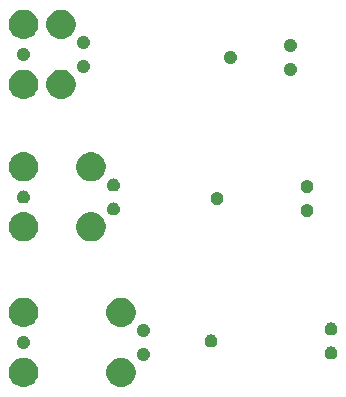
<source format=gbr>
G04 #@! TF.GenerationSoftware,KiCad,Pcbnew,(5.1.0-rc1-9-g8f320697a)*
G04 #@! TF.CreationDate,2019-03-02T18:11:08+09:00
G04 #@! TF.ProjectId,Tag_Connect_KiC,5461675f-436f-46e6-9e65-63745f4b6943,rev?*
G04 #@! TF.SameCoordinates,Original*
G04 #@! TF.FileFunction,Soldermask,Bot*
G04 #@! TF.FilePolarity,Negative*
%FSLAX46Y46*%
G04 Gerber Fmt 4.6, Leading zero omitted, Abs format (unit mm)*
G04 Created by KiCad (PCBNEW (5.1.0-rc1-9-g8f320697a)) date 2019-03-02 18:11:08*
%MOMM*%
%LPD*%
G04 APERTURE LIST*
%ADD10C,0.100000*%
G04 APERTURE END LIST*
D10*
G36*
X111366610Y-93019347D02*
G01*
X111486242Y-93043143D01*
X111542155Y-93066303D01*
X111704372Y-93133495D01*
X111711626Y-93136500D01*
X111914466Y-93272033D01*
X112086967Y-93444534D01*
X112222500Y-93647374D01*
X112315857Y-93872758D01*
X112363450Y-94112023D01*
X112363450Y-94355977D01*
X112315857Y-94595242D01*
X112222500Y-94820626D01*
X112086967Y-95023466D01*
X111914466Y-95195967D01*
X111711626Y-95331500D01*
X111486242Y-95424857D01*
X111366610Y-95448653D01*
X111246978Y-95472450D01*
X111003022Y-95472450D01*
X110883391Y-95448654D01*
X110763758Y-95424857D01*
X110538374Y-95331500D01*
X110335534Y-95195967D01*
X110163033Y-95023466D01*
X110027500Y-94820626D01*
X109934143Y-94595242D01*
X109886550Y-94355977D01*
X109886550Y-94112023D01*
X109934143Y-93872758D01*
X110027500Y-93647374D01*
X110163033Y-93444534D01*
X110335534Y-93272033D01*
X110538374Y-93136500D01*
X110545629Y-93133495D01*
X110707845Y-93066303D01*
X110763758Y-93043143D01*
X110883390Y-93019347D01*
X111003022Y-92995550D01*
X111246978Y-92995550D01*
X111366610Y-93019347D01*
X111366610Y-93019347D01*
G37*
G36*
X103111610Y-93019347D02*
G01*
X103231242Y-93043143D01*
X103287155Y-93066303D01*
X103449372Y-93133495D01*
X103456626Y-93136500D01*
X103659466Y-93272033D01*
X103831967Y-93444534D01*
X103967500Y-93647374D01*
X104060857Y-93872758D01*
X104108450Y-94112023D01*
X104108450Y-94355977D01*
X104060857Y-94595242D01*
X103967500Y-94820626D01*
X103831967Y-95023466D01*
X103659466Y-95195967D01*
X103456626Y-95331500D01*
X103231242Y-95424857D01*
X103111610Y-95448653D01*
X102991978Y-95472450D01*
X102748022Y-95472450D01*
X102628391Y-95448654D01*
X102508758Y-95424857D01*
X102283374Y-95331500D01*
X102080534Y-95195967D01*
X101908033Y-95023466D01*
X101772500Y-94820626D01*
X101679143Y-94595242D01*
X101631550Y-94355977D01*
X101631550Y-94112023D01*
X101679143Y-93872758D01*
X101772500Y-93647374D01*
X101908033Y-93444534D01*
X102080534Y-93272033D01*
X102283374Y-93136500D01*
X102290629Y-93133495D01*
X102452845Y-93066303D01*
X102508758Y-93043143D01*
X102628390Y-93019347D01*
X102748022Y-92995550D01*
X102991978Y-92995550D01*
X103111610Y-93019347D01*
X103111610Y-93019347D01*
G37*
G36*
X113189408Y-92183501D02*
G01*
X113288863Y-92224697D01*
X113288865Y-92224698D01*
X113312514Y-92240500D01*
X113378372Y-92284505D01*
X113454495Y-92360628D01*
X113514303Y-92450137D01*
X113555499Y-92549592D01*
X113576500Y-92655173D01*
X113576500Y-92762827D01*
X113555499Y-92868408D01*
X113514303Y-92967863D01*
X113454495Y-93057372D01*
X113378372Y-93133495D01*
X113333923Y-93163195D01*
X113288865Y-93193302D01*
X113288864Y-93193303D01*
X113288863Y-93193303D01*
X113189408Y-93234499D01*
X113083827Y-93255500D01*
X112976173Y-93255500D01*
X112870592Y-93234499D01*
X112771137Y-93193303D01*
X112771136Y-93193303D01*
X112771135Y-93193302D01*
X112726077Y-93163195D01*
X112681628Y-93133495D01*
X112605505Y-93057372D01*
X112545697Y-92967863D01*
X112504501Y-92868408D01*
X112483500Y-92762827D01*
X112483500Y-92655173D01*
X112504501Y-92549592D01*
X112545697Y-92450137D01*
X112605505Y-92360628D01*
X112681628Y-92284505D01*
X112747486Y-92240500D01*
X112771135Y-92224698D01*
X112771137Y-92224697D01*
X112870592Y-92183501D01*
X112976173Y-92162500D01*
X113083827Y-92162500D01*
X113189408Y-92183501D01*
X113189408Y-92183501D01*
G37*
G36*
X129064408Y-92056501D02*
G01*
X129163863Y-92097697D01*
X129163865Y-92097698D01*
X129208923Y-92127805D01*
X129253372Y-92157505D01*
X129329495Y-92233628D01*
X129389303Y-92323137D01*
X129430499Y-92422592D01*
X129451500Y-92528173D01*
X129451500Y-92635827D01*
X129430499Y-92741408D01*
X129389303Y-92840863D01*
X129389302Y-92840865D01*
X129329494Y-92930373D01*
X129253373Y-93006494D01*
X129163865Y-93066302D01*
X129163864Y-93066303D01*
X129163863Y-93066303D01*
X129064408Y-93107499D01*
X128958827Y-93128500D01*
X128851173Y-93128500D01*
X128745592Y-93107499D01*
X128646137Y-93066303D01*
X128646136Y-93066303D01*
X128646135Y-93066302D01*
X128556627Y-93006494D01*
X128480506Y-92930373D01*
X128420698Y-92840865D01*
X128420697Y-92840863D01*
X128379501Y-92741408D01*
X128358500Y-92635827D01*
X128358500Y-92528173D01*
X128379501Y-92422592D01*
X128420697Y-92323137D01*
X128480505Y-92233628D01*
X128556628Y-92157505D01*
X128601077Y-92127805D01*
X128646135Y-92097698D01*
X128646137Y-92097697D01*
X128745592Y-92056501D01*
X128851173Y-92035500D01*
X128958827Y-92035500D01*
X129064408Y-92056501D01*
X129064408Y-92056501D01*
G37*
G36*
X103029408Y-91168501D02*
G01*
X103128863Y-91209697D01*
X103128865Y-91209698D01*
X103152514Y-91225500D01*
X103218372Y-91269505D01*
X103294495Y-91345628D01*
X103354303Y-91435137D01*
X103395499Y-91534592D01*
X103416500Y-91640173D01*
X103416500Y-91747827D01*
X103395499Y-91853408D01*
X103354303Y-91952863D01*
X103299087Y-92035500D01*
X103294494Y-92042373D01*
X103218373Y-92118494D01*
X103128865Y-92178302D01*
X103128864Y-92178303D01*
X103128863Y-92178303D01*
X103029408Y-92219499D01*
X102923827Y-92240500D01*
X102816173Y-92240500D01*
X102710592Y-92219499D01*
X102611137Y-92178303D01*
X102611136Y-92178303D01*
X102611135Y-92178302D01*
X102521627Y-92118494D01*
X102445506Y-92042373D01*
X102440914Y-92035500D01*
X102385697Y-91952863D01*
X102344501Y-91853408D01*
X102323500Y-91747827D01*
X102323500Y-91640173D01*
X102344501Y-91534592D01*
X102385697Y-91435137D01*
X102445505Y-91345628D01*
X102521628Y-91269505D01*
X102587486Y-91225500D01*
X102611135Y-91209698D01*
X102611137Y-91209697D01*
X102710592Y-91168501D01*
X102816173Y-91147500D01*
X102923827Y-91147500D01*
X103029408Y-91168501D01*
X103029408Y-91168501D01*
G37*
G36*
X118904408Y-91041501D02*
G01*
X119003863Y-91082697D01*
X119003865Y-91082698D01*
X119048923Y-91112805D01*
X119093372Y-91142505D01*
X119169495Y-91218628D01*
X119229303Y-91308137D01*
X119270499Y-91407592D01*
X119291500Y-91513173D01*
X119291500Y-91620827D01*
X119270499Y-91726408D01*
X119229303Y-91825863D01*
X119229302Y-91825865D01*
X119169494Y-91915373D01*
X119093373Y-91991494D01*
X119003865Y-92051302D01*
X119003864Y-92051303D01*
X119003863Y-92051303D01*
X118904408Y-92092499D01*
X118798827Y-92113500D01*
X118691173Y-92113500D01*
X118585592Y-92092499D01*
X118486137Y-92051303D01*
X118486136Y-92051303D01*
X118486135Y-92051302D01*
X118396627Y-91991494D01*
X118320506Y-91915373D01*
X118260698Y-91825865D01*
X118260697Y-91825863D01*
X118219501Y-91726408D01*
X118198500Y-91620827D01*
X118198500Y-91513173D01*
X118219501Y-91407592D01*
X118260697Y-91308137D01*
X118320505Y-91218628D01*
X118396628Y-91142505D01*
X118441077Y-91112805D01*
X118486135Y-91082698D01*
X118486137Y-91082697D01*
X118585592Y-91041501D01*
X118691173Y-91020500D01*
X118798827Y-91020500D01*
X118904408Y-91041501D01*
X118904408Y-91041501D01*
G37*
G36*
X113189408Y-90153501D02*
G01*
X113288863Y-90194697D01*
X113288865Y-90194698D01*
X113333923Y-90224805D01*
X113378372Y-90254505D01*
X113454495Y-90330628D01*
X113514303Y-90420137D01*
X113555499Y-90519592D01*
X113576500Y-90625173D01*
X113576500Y-90732827D01*
X113555499Y-90838408D01*
X113514303Y-90937863D01*
X113459087Y-91020500D01*
X113454494Y-91027373D01*
X113378373Y-91103494D01*
X113288865Y-91163302D01*
X113288864Y-91163303D01*
X113288863Y-91163303D01*
X113189408Y-91204499D01*
X113083827Y-91225500D01*
X112976173Y-91225500D01*
X112870592Y-91204499D01*
X112771137Y-91163303D01*
X112771136Y-91163303D01*
X112771135Y-91163302D01*
X112681627Y-91103494D01*
X112605506Y-91027373D01*
X112600914Y-91020500D01*
X112545697Y-90937863D01*
X112504501Y-90838408D01*
X112483500Y-90732827D01*
X112483500Y-90625173D01*
X112504501Y-90519592D01*
X112545697Y-90420137D01*
X112605505Y-90330628D01*
X112681628Y-90254505D01*
X112726077Y-90224805D01*
X112771135Y-90194698D01*
X112771137Y-90194697D01*
X112870592Y-90153501D01*
X112976173Y-90132500D01*
X113083827Y-90132500D01*
X113189408Y-90153501D01*
X113189408Y-90153501D01*
G37*
G36*
X129064408Y-90026501D02*
G01*
X129163863Y-90067697D01*
X129163865Y-90067698D01*
X129208923Y-90097805D01*
X129253372Y-90127505D01*
X129329495Y-90203628D01*
X129389303Y-90293137D01*
X129430499Y-90392592D01*
X129451500Y-90498173D01*
X129451500Y-90605827D01*
X129430499Y-90711408D01*
X129389303Y-90810863D01*
X129389302Y-90810865D01*
X129329494Y-90900373D01*
X129253373Y-90976494D01*
X129163865Y-91036302D01*
X129163864Y-91036303D01*
X129163863Y-91036303D01*
X129064408Y-91077499D01*
X128958827Y-91098500D01*
X128851173Y-91098500D01*
X128745592Y-91077499D01*
X128646137Y-91036303D01*
X128646136Y-91036303D01*
X128646135Y-91036302D01*
X128556627Y-90976494D01*
X128480506Y-90900373D01*
X128420698Y-90810865D01*
X128420697Y-90810863D01*
X128379501Y-90711408D01*
X128358500Y-90605827D01*
X128358500Y-90498173D01*
X128379501Y-90392592D01*
X128420697Y-90293137D01*
X128480505Y-90203628D01*
X128556628Y-90127505D01*
X128601077Y-90097805D01*
X128646135Y-90067698D01*
X128646137Y-90067697D01*
X128745592Y-90026501D01*
X128851173Y-90005500D01*
X128958827Y-90005500D01*
X129064408Y-90026501D01*
X129064408Y-90026501D01*
G37*
G36*
X103111609Y-87939346D02*
G01*
X103231242Y-87963143D01*
X103456626Y-88056500D01*
X103659466Y-88192033D01*
X103831967Y-88364534D01*
X103967500Y-88567374D01*
X104060857Y-88792758D01*
X104108450Y-89032023D01*
X104108450Y-89275977D01*
X104060857Y-89515242D01*
X103967500Y-89740626D01*
X103831967Y-89943466D01*
X103659466Y-90115967D01*
X103456626Y-90251500D01*
X103456625Y-90251501D01*
X103456624Y-90251501D01*
X103449369Y-90254506D01*
X103231242Y-90344857D01*
X103111610Y-90368653D01*
X102991978Y-90392450D01*
X102748022Y-90392450D01*
X102628390Y-90368653D01*
X102508758Y-90344857D01*
X102290631Y-90254506D01*
X102283376Y-90251501D01*
X102283375Y-90251501D01*
X102283374Y-90251500D01*
X102080534Y-90115967D01*
X101908033Y-89943466D01*
X101772500Y-89740626D01*
X101679143Y-89515242D01*
X101631550Y-89275977D01*
X101631550Y-89032023D01*
X101679143Y-88792758D01*
X101772500Y-88567374D01*
X101908033Y-88364534D01*
X102080534Y-88192033D01*
X102283374Y-88056500D01*
X102508758Y-87963143D01*
X102628391Y-87939346D01*
X102748022Y-87915550D01*
X102991978Y-87915550D01*
X103111609Y-87939346D01*
X103111609Y-87939346D01*
G37*
G36*
X111366609Y-87939346D02*
G01*
X111486242Y-87963143D01*
X111711626Y-88056500D01*
X111914466Y-88192033D01*
X112086967Y-88364534D01*
X112222500Y-88567374D01*
X112315857Y-88792758D01*
X112363450Y-89032023D01*
X112363450Y-89275977D01*
X112315857Y-89515242D01*
X112222500Y-89740626D01*
X112086967Y-89943466D01*
X111914466Y-90115967D01*
X111711626Y-90251500D01*
X111711625Y-90251501D01*
X111711624Y-90251501D01*
X111704369Y-90254506D01*
X111486242Y-90344857D01*
X111366610Y-90368653D01*
X111246978Y-90392450D01*
X111003022Y-90392450D01*
X110883390Y-90368653D01*
X110763758Y-90344857D01*
X110545631Y-90254506D01*
X110538376Y-90251501D01*
X110538375Y-90251501D01*
X110538374Y-90251500D01*
X110335534Y-90115967D01*
X110163033Y-89943466D01*
X110027500Y-89740626D01*
X109934143Y-89515242D01*
X109886550Y-89275977D01*
X109886550Y-89032023D01*
X109934143Y-88792758D01*
X110027500Y-88567374D01*
X110163033Y-88364534D01*
X110335534Y-88192033D01*
X110538374Y-88056500D01*
X110763758Y-87963143D01*
X110883391Y-87939346D01*
X111003022Y-87915550D01*
X111246978Y-87915550D01*
X111366609Y-87939346D01*
X111366609Y-87939346D01*
G37*
G36*
X108826609Y-80700346D02*
G01*
X108946242Y-80724143D01*
X108980596Y-80738373D01*
X109164372Y-80814495D01*
X109171626Y-80817500D01*
X109374466Y-80953033D01*
X109546967Y-81125534D01*
X109682500Y-81328374D01*
X109775857Y-81553758D01*
X109823450Y-81793023D01*
X109823450Y-82036977D01*
X109775857Y-82276242D01*
X109682500Y-82501626D01*
X109546967Y-82704466D01*
X109374466Y-82876967D01*
X109171626Y-83012500D01*
X108946242Y-83105857D01*
X108826609Y-83129654D01*
X108706978Y-83153450D01*
X108463022Y-83153450D01*
X108343391Y-83129654D01*
X108223758Y-83105857D01*
X107998374Y-83012500D01*
X107795534Y-82876967D01*
X107623033Y-82704466D01*
X107487500Y-82501626D01*
X107394143Y-82276242D01*
X107346550Y-82036977D01*
X107346550Y-81793023D01*
X107394143Y-81553758D01*
X107487500Y-81328374D01*
X107623033Y-81125534D01*
X107795534Y-80953033D01*
X107998374Y-80817500D01*
X108005629Y-80814495D01*
X108189404Y-80738373D01*
X108223758Y-80724143D01*
X108343391Y-80700346D01*
X108463022Y-80676550D01*
X108706978Y-80676550D01*
X108826609Y-80700346D01*
X108826609Y-80700346D01*
G37*
G36*
X103111609Y-80700346D02*
G01*
X103231242Y-80724143D01*
X103265596Y-80738373D01*
X103449372Y-80814495D01*
X103456626Y-80817500D01*
X103659466Y-80953033D01*
X103831967Y-81125534D01*
X103967500Y-81328374D01*
X104060857Y-81553758D01*
X104108450Y-81793023D01*
X104108450Y-82036977D01*
X104060857Y-82276242D01*
X103967500Y-82501626D01*
X103831967Y-82704466D01*
X103659466Y-82876967D01*
X103456626Y-83012500D01*
X103231242Y-83105857D01*
X103111609Y-83129654D01*
X102991978Y-83153450D01*
X102748022Y-83153450D01*
X102628391Y-83129654D01*
X102508758Y-83105857D01*
X102283374Y-83012500D01*
X102080534Y-82876967D01*
X101908033Y-82704466D01*
X101772500Y-82501626D01*
X101679143Y-82276242D01*
X101631550Y-82036977D01*
X101631550Y-81793023D01*
X101679143Y-81553758D01*
X101772500Y-81328374D01*
X101908033Y-81125534D01*
X102080534Y-80953033D01*
X102283374Y-80817500D01*
X102290629Y-80814495D01*
X102474404Y-80738373D01*
X102508758Y-80724143D01*
X102628391Y-80700346D01*
X102748022Y-80676550D01*
X102991978Y-80676550D01*
X103111609Y-80700346D01*
X103111609Y-80700346D01*
G37*
G36*
X127032408Y-79991501D02*
G01*
X127131863Y-80032697D01*
X127131865Y-80032698D01*
X127155514Y-80048500D01*
X127221372Y-80092505D01*
X127297495Y-80168628D01*
X127357303Y-80258137D01*
X127398499Y-80357592D01*
X127419500Y-80463173D01*
X127419500Y-80570827D01*
X127398499Y-80676408D01*
X127378726Y-80724143D01*
X127357302Y-80775865D01*
X127297494Y-80865373D01*
X127221373Y-80941494D01*
X127131865Y-81001302D01*
X127131864Y-81001303D01*
X127131863Y-81001303D01*
X127032408Y-81042499D01*
X126926827Y-81063500D01*
X126819173Y-81063500D01*
X126713592Y-81042499D01*
X126614137Y-81001303D01*
X126614136Y-81001303D01*
X126614135Y-81001302D01*
X126524627Y-80941494D01*
X126448506Y-80865373D01*
X126388698Y-80775865D01*
X126367274Y-80724143D01*
X126347501Y-80676408D01*
X126326500Y-80570827D01*
X126326500Y-80463173D01*
X126347501Y-80357592D01*
X126388697Y-80258137D01*
X126448505Y-80168628D01*
X126524628Y-80092505D01*
X126590486Y-80048500D01*
X126614135Y-80032698D01*
X126614137Y-80032697D01*
X126713592Y-79991501D01*
X126819173Y-79970500D01*
X126926827Y-79970500D01*
X127032408Y-79991501D01*
X127032408Y-79991501D01*
G37*
G36*
X110649408Y-79864501D02*
G01*
X110748863Y-79905697D01*
X110748865Y-79905698D01*
X110793923Y-79935805D01*
X110838372Y-79965505D01*
X110914495Y-80041628D01*
X110974303Y-80131137D01*
X111015499Y-80230592D01*
X111036500Y-80336173D01*
X111036500Y-80443827D01*
X111015499Y-80549408D01*
X110974303Y-80648863D01*
X110914495Y-80738372D01*
X110838372Y-80814495D01*
X110793923Y-80844195D01*
X110748865Y-80874302D01*
X110748864Y-80874303D01*
X110748863Y-80874303D01*
X110649408Y-80915499D01*
X110543827Y-80936500D01*
X110436173Y-80936500D01*
X110330592Y-80915499D01*
X110231137Y-80874303D01*
X110231136Y-80874303D01*
X110231135Y-80874302D01*
X110186077Y-80844195D01*
X110141628Y-80814495D01*
X110065505Y-80738372D01*
X110005697Y-80648863D01*
X109964501Y-80549408D01*
X109943500Y-80443827D01*
X109943500Y-80336173D01*
X109964501Y-80230592D01*
X110005697Y-80131137D01*
X110065505Y-80041628D01*
X110141628Y-79965505D01*
X110186077Y-79935805D01*
X110231135Y-79905698D01*
X110231137Y-79905697D01*
X110330592Y-79864501D01*
X110436173Y-79843500D01*
X110543827Y-79843500D01*
X110649408Y-79864501D01*
X110649408Y-79864501D01*
G37*
G36*
X119412408Y-78976501D02*
G01*
X119511863Y-79017697D01*
X119511865Y-79017698D01*
X119535514Y-79033500D01*
X119601372Y-79077505D01*
X119677495Y-79153628D01*
X119737303Y-79243137D01*
X119778499Y-79342592D01*
X119799500Y-79448173D01*
X119799500Y-79555827D01*
X119778499Y-79661408D01*
X119737303Y-79760863D01*
X119682087Y-79843500D01*
X119677494Y-79850373D01*
X119601373Y-79926494D01*
X119511865Y-79986302D01*
X119511864Y-79986303D01*
X119511863Y-79986303D01*
X119412408Y-80027499D01*
X119306827Y-80048500D01*
X119199173Y-80048500D01*
X119093592Y-80027499D01*
X118994137Y-79986303D01*
X118994136Y-79986303D01*
X118994135Y-79986302D01*
X118904627Y-79926494D01*
X118828506Y-79850373D01*
X118823914Y-79843500D01*
X118768697Y-79760863D01*
X118727501Y-79661408D01*
X118706500Y-79555827D01*
X118706500Y-79448173D01*
X118727501Y-79342592D01*
X118768697Y-79243137D01*
X118828505Y-79153628D01*
X118904628Y-79077505D01*
X118970486Y-79033500D01*
X118994135Y-79017698D01*
X118994137Y-79017697D01*
X119093592Y-78976501D01*
X119199173Y-78955500D01*
X119306827Y-78955500D01*
X119412408Y-78976501D01*
X119412408Y-78976501D01*
G37*
G36*
X103029408Y-78849501D02*
G01*
X103128863Y-78890697D01*
X103128865Y-78890698D01*
X103173923Y-78920805D01*
X103218372Y-78950505D01*
X103294495Y-79026628D01*
X103354303Y-79116137D01*
X103395499Y-79215592D01*
X103416500Y-79321173D01*
X103416500Y-79428827D01*
X103395499Y-79534408D01*
X103354303Y-79633863D01*
X103354302Y-79633865D01*
X103294494Y-79723373D01*
X103218373Y-79799494D01*
X103128865Y-79859302D01*
X103128864Y-79859303D01*
X103128863Y-79859303D01*
X103029408Y-79900499D01*
X102923827Y-79921500D01*
X102816173Y-79921500D01*
X102710592Y-79900499D01*
X102611137Y-79859303D01*
X102611136Y-79859303D01*
X102611135Y-79859302D01*
X102521627Y-79799494D01*
X102445506Y-79723373D01*
X102385698Y-79633865D01*
X102385697Y-79633863D01*
X102344501Y-79534408D01*
X102323500Y-79428827D01*
X102323500Y-79321173D01*
X102344501Y-79215592D01*
X102385697Y-79116137D01*
X102445505Y-79026628D01*
X102521628Y-78950505D01*
X102566077Y-78920805D01*
X102611135Y-78890698D01*
X102611137Y-78890697D01*
X102710592Y-78849501D01*
X102816173Y-78828500D01*
X102923827Y-78828500D01*
X103029408Y-78849501D01*
X103029408Y-78849501D01*
G37*
G36*
X127032408Y-77961501D02*
G01*
X127131863Y-78002697D01*
X127131865Y-78002698D01*
X127176923Y-78032805D01*
X127221372Y-78062505D01*
X127297495Y-78138628D01*
X127357303Y-78228137D01*
X127398499Y-78327592D01*
X127419500Y-78433173D01*
X127419500Y-78540827D01*
X127398499Y-78646408D01*
X127357303Y-78745863D01*
X127302087Y-78828500D01*
X127297494Y-78835373D01*
X127221373Y-78911494D01*
X127131865Y-78971302D01*
X127131864Y-78971303D01*
X127131863Y-78971303D01*
X127032408Y-79012499D01*
X126926827Y-79033500D01*
X126819173Y-79033500D01*
X126713592Y-79012499D01*
X126614137Y-78971303D01*
X126614136Y-78971303D01*
X126614135Y-78971302D01*
X126524627Y-78911494D01*
X126448506Y-78835373D01*
X126443914Y-78828500D01*
X126388697Y-78745863D01*
X126347501Y-78646408D01*
X126326500Y-78540827D01*
X126326500Y-78433173D01*
X126347501Y-78327592D01*
X126388697Y-78228137D01*
X126448505Y-78138628D01*
X126524628Y-78062505D01*
X126569077Y-78032805D01*
X126614135Y-78002698D01*
X126614137Y-78002697D01*
X126713592Y-77961501D01*
X126819173Y-77940500D01*
X126926827Y-77940500D01*
X127032408Y-77961501D01*
X127032408Y-77961501D01*
G37*
G36*
X110649408Y-77834501D02*
G01*
X110748863Y-77875697D01*
X110748865Y-77875698D01*
X110793923Y-77905805D01*
X110838372Y-77935505D01*
X110914495Y-78011628D01*
X110974303Y-78101137D01*
X111015499Y-78200592D01*
X111036500Y-78306173D01*
X111036500Y-78413827D01*
X111015499Y-78519408D01*
X110974303Y-78618863D01*
X110974302Y-78618865D01*
X110914494Y-78708373D01*
X110838373Y-78784494D01*
X110748865Y-78844302D01*
X110748864Y-78844303D01*
X110748863Y-78844303D01*
X110649408Y-78885499D01*
X110543827Y-78906500D01*
X110436173Y-78906500D01*
X110330592Y-78885499D01*
X110231137Y-78844303D01*
X110231136Y-78844303D01*
X110231135Y-78844302D01*
X110141627Y-78784494D01*
X110065506Y-78708373D01*
X110005698Y-78618865D01*
X110005697Y-78618863D01*
X109964501Y-78519408D01*
X109943500Y-78413827D01*
X109943500Y-78306173D01*
X109964501Y-78200592D01*
X110005697Y-78101137D01*
X110065505Y-78011628D01*
X110141628Y-77935505D01*
X110186077Y-77905805D01*
X110231135Y-77875698D01*
X110231137Y-77875697D01*
X110330592Y-77834501D01*
X110436173Y-77813500D01*
X110543827Y-77813500D01*
X110649408Y-77834501D01*
X110649408Y-77834501D01*
G37*
G36*
X103111610Y-75620347D02*
G01*
X103231242Y-75644143D01*
X103456626Y-75737500D01*
X103659466Y-75873033D01*
X103831967Y-76045534D01*
X103967500Y-76248374D01*
X104060857Y-76473758D01*
X104108450Y-76713023D01*
X104108450Y-76956977D01*
X104060857Y-77196242D01*
X103967500Y-77421626D01*
X103831967Y-77624466D01*
X103659466Y-77796967D01*
X103456626Y-77932500D01*
X103456625Y-77932501D01*
X103456624Y-77932501D01*
X103390611Y-77959844D01*
X103231242Y-78025857D01*
X103111609Y-78049654D01*
X102991978Y-78073450D01*
X102748022Y-78073450D01*
X102628391Y-78049654D01*
X102508758Y-78025857D01*
X102349389Y-77959844D01*
X102283376Y-77932501D01*
X102283375Y-77932501D01*
X102283374Y-77932500D01*
X102080534Y-77796967D01*
X101908033Y-77624466D01*
X101772500Y-77421626D01*
X101679143Y-77196242D01*
X101631550Y-76956977D01*
X101631550Y-76713023D01*
X101679143Y-76473758D01*
X101772500Y-76248374D01*
X101908033Y-76045534D01*
X102080534Y-75873033D01*
X102283374Y-75737500D01*
X102508758Y-75644143D01*
X102628390Y-75620347D01*
X102748022Y-75596550D01*
X102991978Y-75596550D01*
X103111610Y-75620347D01*
X103111610Y-75620347D01*
G37*
G36*
X108826610Y-75620347D02*
G01*
X108946242Y-75644143D01*
X109171626Y-75737500D01*
X109374466Y-75873033D01*
X109546967Y-76045534D01*
X109682500Y-76248374D01*
X109775857Y-76473758D01*
X109823450Y-76713023D01*
X109823450Y-76956977D01*
X109775857Y-77196242D01*
X109682500Y-77421626D01*
X109546967Y-77624466D01*
X109374466Y-77796967D01*
X109171626Y-77932500D01*
X109171625Y-77932501D01*
X109171624Y-77932501D01*
X109105611Y-77959844D01*
X108946242Y-78025857D01*
X108826609Y-78049654D01*
X108706978Y-78073450D01*
X108463022Y-78073450D01*
X108343391Y-78049654D01*
X108223758Y-78025857D01*
X108064389Y-77959844D01*
X107998376Y-77932501D01*
X107998375Y-77932501D01*
X107998374Y-77932500D01*
X107795534Y-77796967D01*
X107623033Y-77624466D01*
X107487500Y-77421626D01*
X107394143Y-77196242D01*
X107346550Y-76956977D01*
X107346550Y-76713023D01*
X107394143Y-76473758D01*
X107487500Y-76248374D01*
X107623033Y-76045534D01*
X107795534Y-75873033D01*
X107998374Y-75737500D01*
X108223758Y-75644143D01*
X108343390Y-75620347D01*
X108463022Y-75596550D01*
X108706978Y-75596550D01*
X108826610Y-75620347D01*
X108826610Y-75620347D01*
G37*
G36*
X103111610Y-68635347D02*
G01*
X103231242Y-68659143D01*
X103265596Y-68673373D01*
X103449372Y-68749495D01*
X103456626Y-68752500D01*
X103659466Y-68888033D01*
X103831967Y-69060534D01*
X103967500Y-69263374D01*
X104060857Y-69488758D01*
X104108450Y-69728023D01*
X104108450Y-69971977D01*
X104060857Y-70211242D01*
X103967500Y-70436626D01*
X103831967Y-70639466D01*
X103659466Y-70811967D01*
X103456626Y-70947500D01*
X103231242Y-71040857D01*
X103111609Y-71064654D01*
X102991978Y-71088450D01*
X102748022Y-71088450D01*
X102628391Y-71064654D01*
X102508758Y-71040857D01*
X102283374Y-70947500D01*
X102080534Y-70811967D01*
X101908033Y-70639466D01*
X101772500Y-70436626D01*
X101679143Y-70211242D01*
X101631550Y-69971977D01*
X101631550Y-69728023D01*
X101679143Y-69488758D01*
X101772500Y-69263374D01*
X101908033Y-69060534D01*
X102080534Y-68888033D01*
X102283374Y-68752500D01*
X102290629Y-68749495D01*
X102474404Y-68673373D01*
X102508758Y-68659143D01*
X102628390Y-68635347D01*
X102748022Y-68611550D01*
X102991978Y-68611550D01*
X103111610Y-68635347D01*
X103111610Y-68635347D01*
G37*
G36*
X106286610Y-68635347D02*
G01*
X106406242Y-68659143D01*
X106440596Y-68673373D01*
X106624372Y-68749495D01*
X106631626Y-68752500D01*
X106834466Y-68888033D01*
X107006967Y-69060534D01*
X107142500Y-69263374D01*
X107235857Y-69488758D01*
X107283450Y-69728023D01*
X107283450Y-69971977D01*
X107235857Y-70211242D01*
X107142500Y-70436626D01*
X107006967Y-70639466D01*
X106834466Y-70811967D01*
X106631626Y-70947500D01*
X106406242Y-71040857D01*
X106286609Y-71064654D01*
X106166978Y-71088450D01*
X105923022Y-71088450D01*
X105803391Y-71064654D01*
X105683758Y-71040857D01*
X105458374Y-70947500D01*
X105255534Y-70811967D01*
X105083033Y-70639466D01*
X104947500Y-70436626D01*
X104854143Y-70211242D01*
X104806550Y-69971977D01*
X104806550Y-69728023D01*
X104854143Y-69488758D01*
X104947500Y-69263374D01*
X105083033Y-69060534D01*
X105255534Y-68888033D01*
X105458374Y-68752500D01*
X105465629Y-68749495D01*
X105649404Y-68673373D01*
X105683758Y-68659143D01*
X105803390Y-68635347D01*
X105923022Y-68611550D01*
X106166978Y-68611550D01*
X106286610Y-68635347D01*
X106286610Y-68635347D01*
G37*
G36*
X125635408Y-68054501D02*
G01*
X125734863Y-68095697D01*
X125734865Y-68095698D01*
X125758514Y-68111500D01*
X125824372Y-68155505D01*
X125900495Y-68231628D01*
X125960303Y-68321137D01*
X126001499Y-68420592D01*
X126022500Y-68526173D01*
X126022500Y-68633827D01*
X126001499Y-68739408D01*
X125972547Y-68809303D01*
X125960302Y-68838865D01*
X125900494Y-68928373D01*
X125824373Y-69004494D01*
X125734865Y-69064302D01*
X125734864Y-69064303D01*
X125734863Y-69064303D01*
X125635408Y-69105499D01*
X125529827Y-69126500D01*
X125422173Y-69126500D01*
X125316592Y-69105499D01*
X125217137Y-69064303D01*
X125217136Y-69064303D01*
X125217135Y-69064302D01*
X125127627Y-69004494D01*
X125051506Y-68928373D01*
X124991698Y-68838865D01*
X124979453Y-68809303D01*
X124950501Y-68739408D01*
X124929500Y-68633827D01*
X124929500Y-68526173D01*
X124950501Y-68420592D01*
X124991697Y-68321137D01*
X125051505Y-68231628D01*
X125127628Y-68155505D01*
X125193486Y-68111500D01*
X125217135Y-68095698D01*
X125217137Y-68095697D01*
X125316592Y-68054501D01*
X125422173Y-68033500D01*
X125529827Y-68033500D01*
X125635408Y-68054501D01*
X125635408Y-68054501D01*
G37*
G36*
X108109408Y-67799501D02*
G01*
X108208863Y-67840697D01*
X108208865Y-67840698D01*
X108232514Y-67856500D01*
X108298372Y-67900505D01*
X108374495Y-67976628D01*
X108434303Y-68066137D01*
X108475499Y-68165592D01*
X108496500Y-68271173D01*
X108496500Y-68378827D01*
X108475499Y-68484408D01*
X108434303Y-68583863D01*
X108374495Y-68673372D01*
X108298372Y-68749495D01*
X108253923Y-68779195D01*
X108208865Y-68809302D01*
X108208864Y-68809303D01*
X108208863Y-68809303D01*
X108109408Y-68850499D01*
X108003827Y-68871500D01*
X107896173Y-68871500D01*
X107790592Y-68850499D01*
X107691137Y-68809303D01*
X107691136Y-68809303D01*
X107691135Y-68809302D01*
X107646077Y-68779195D01*
X107601628Y-68749495D01*
X107525505Y-68673372D01*
X107465697Y-68583863D01*
X107424501Y-68484408D01*
X107403500Y-68378827D01*
X107403500Y-68271173D01*
X107424501Y-68165592D01*
X107465697Y-68066137D01*
X107525505Y-67976628D01*
X107601628Y-67900505D01*
X107667486Y-67856500D01*
X107691135Y-67840698D01*
X107691137Y-67840697D01*
X107790592Y-67799501D01*
X107896173Y-67778500D01*
X108003827Y-67778500D01*
X108109408Y-67799501D01*
X108109408Y-67799501D01*
G37*
G36*
X120555408Y-67039501D02*
G01*
X120654863Y-67080697D01*
X120654865Y-67080698D01*
X120678514Y-67096500D01*
X120744372Y-67140505D01*
X120820495Y-67216628D01*
X120880303Y-67306137D01*
X120921499Y-67405592D01*
X120942500Y-67511173D01*
X120942500Y-67618827D01*
X120921499Y-67724408D01*
X120880303Y-67823863D01*
X120880302Y-67823865D01*
X120820494Y-67913373D01*
X120744373Y-67989494D01*
X120654865Y-68049302D01*
X120654864Y-68049303D01*
X120654863Y-68049303D01*
X120555408Y-68090499D01*
X120449827Y-68111500D01*
X120342173Y-68111500D01*
X120236592Y-68090499D01*
X120137137Y-68049303D01*
X120137136Y-68049303D01*
X120137135Y-68049302D01*
X120047627Y-67989494D01*
X119971506Y-67913373D01*
X119911698Y-67823865D01*
X119911697Y-67823863D01*
X119870501Y-67724408D01*
X119849500Y-67618827D01*
X119849500Y-67511173D01*
X119870501Y-67405592D01*
X119911697Y-67306137D01*
X119971505Y-67216628D01*
X120047628Y-67140505D01*
X120113486Y-67096500D01*
X120137135Y-67080698D01*
X120137137Y-67080697D01*
X120236592Y-67039501D01*
X120342173Y-67018500D01*
X120449827Y-67018500D01*
X120555408Y-67039501D01*
X120555408Y-67039501D01*
G37*
G36*
X103029408Y-66784501D02*
G01*
X103128863Y-66825697D01*
X103128865Y-66825698D01*
X103152514Y-66841500D01*
X103218372Y-66885505D01*
X103294495Y-66961628D01*
X103354303Y-67051137D01*
X103395499Y-67150592D01*
X103416500Y-67256173D01*
X103416500Y-67363827D01*
X103395499Y-67469408D01*
X103354303Y-67568863D01*
X103354302Y-67568865D01*
X103294494Y-67658373D01*
X103218373Y-67734494D01*
X103128865Y-67794302D01*
X103128864Y-67794303D01*
X103128863Y-67794303D01*
X103029408Y-67835499D01*
X102923827Y-67856500D01*
X102816173Y-67856500D01*
X102710592Y-67835499D01*
X102611137Y-67794303D01*
X102611136Y-67794303D01*
X102611135Y-67794302D01*
X102521627Y-67734494D01*
X102445506Y-67658373D01*
X102385698Y-67568865D01*
X102385697Y-67568863D01*
X102344501Y-67469408D01*
X102323500Y-67363827D01*
X102323500Y-67256173D01*
X102344501Y-67150592D01*
X102385697Y-67051137D01*
X102445505Y-66961628D01*
X102521628Y-66885505D01*
X102587486Y-66841500D01*
X102611135Y-66825698D01*
X102611137Y-66825697D01*
X102710592Y-66784501D01*
X102816173Y-66763500D01*
X102923827Y-66763500D01*
X103029408Y-66784501D01*
X103029408Y-66784501D01*
G37*
G36*
X125635408Y-66024501D02*
G01*
X125734863Y-66065697D01*
X125734865Y-66065698D01*
X125779923Y-66095805D01*
X125824372Y-66125505D01*
X125900495Y-66201628D01*
X125960303Y-66291137D01*
X126001499Y-66390592D01*
X126022500Y-66496173D01*
X126022500Y-66603827D01*
X126001499Y-66709408D01*
X125960303Y-66808863D01*
X125960302Y-66808865D01*
X125900494Y-66898373D01*
X125824373Y-66974494D01*
X125734865Y-67034302D01*
X125734864Y-67034303D01*
X125734863Y-67034303D01*
X125635408Y-67075499D01*
X125529827Y-67096500D01*
X125422173Y-67096500D01*
X125316592Y-67075499D01*
X125217137Y-67034303D01*
X125217136Y-67034303D01*
X125217135Y-67034302D01*
X125127627Y-66974494D01*
X125051506Y-66898373D01*
X124991698Y-66808865D01*
X124991697Y-66808863D01*
X124950501Y-66709408D01*
X124929500Y-66603827D01*
X124929500Y-66496173D01*
X124950501Y-66390592D01*
X124991697Y-66291137D01*
X125051505Y-66201628D01*
X125127628Y-66125505D01*
X125172077Y-66095805D01*
X125217135Y-66065698D01*
X125217137Y-66065697D01*
X125316592Y-66024501D01*
X125422173Y-66003500D01*
X125529827Y-66003500D01*
X125635408Y-66024501D01*
X125635408Y-66024501D01*
G37*
G36*
X108109408Y-65769501D02*
G01*
X108208863Y-65810697D01*
X108208865Y-65810698D01*
X108253923Y-65840805D01*
X108298372Y-65870505D01*
X108374495Y-65946628D01*
X108434303Y-66036137D01*
X108475499Y-66135592D01*
X108496500Y-66241173D01*
X108496500Y-66348827D01*
X108475499Y-66454408D01*
X108434303Y-66553863D01*
X108434302Y-66553865D01*
X108374494Y-66643373D01*
X108298373Y-66719494D01*
X108208865Y-66779302D01*
X108208864Y-66779303D01*
X108208863Y-66779303D01*
X108109408Y-66820499D01*
X108003827Y-66841500D01*
X107896173Y-66841500D01*
X107790592Y-66820499D01*
X107691137Y-66779303D01*
X107691136Y-66779303D01*
X107691135Y-66779302D01*
X107601627Y-66719494D01*
X107525506Y-66643373D01*
X107465698Y-66553865D01*
X107465697Y-66553863D01*
X107424501Y-66454408D01*
X107403500Y-66348827D01*
X107403500Y-66241173D01*
X107424501Y-66135592D01*
X107465697Y-66036137D01*
X107525505Y-65946628D01*
X107601628Y-65870505D01*
X107646077Y-65840805D01*
X107691135Y-65810698D01*
X107691137Y-65810697D01*
X107790592Y-65769501D01*
X107896173Y-65748500D01*
X108003827Y-65748500D01*
X108109408Y-65769501D01*
X108109408Y-65769501D01*
G37*
G36*
X106286610Y-63555347D02*
G01*
X106406242Y-63579143D01*
X106631626Y-63672500D01*
X106834466Y-63808033D01*
X107006967Y-63980534D01*
X107142500Y-64183374D01*
X107235857Y-64408758D01*
X107283450Y-64648023D01*
X107283450Y-64891977D01*
X107235857Y-65131242D01*
X107142500Y-65356626D01*
X107006967Y-65559466D01*
X106834466Y-65731967D01*
X106631626Y-65867500D01*
X106631625Y-65867501D01*
X106631624Y-65867501D01*
X106624369Y-65870506D01*
X106406242Y-65960857D01*
X106286610Y-65984653D01*
X106166978Y-66008450D01*
X105923022Y-66008450D01*
X105803390Y-65984653D01*
X105683758Y-65960857D01*
X105465631Y-65870506D01*
X105458376Y-65867501D01*
X105458375Y-65867501D01*
X105458374Y-65867500D01*
X105255534Y-65731967D01*
X105083033Y-65559466D01*
X104947500Y-65356626D01*
X104854143Y-65131242D01*
X104806550Y-64891977D01*
X104806550Y-64648023D01*
X104854143Y-64408758D01*
X104947500Y-64183374D01*
X105083033Y-63980534D01*
X105255534Y-63808033D01*
X105458374Y-63672500D01*
X105683758Y-63579143D01*
X105803390Y-63555347D01*
X105923022Y-63531550D01*
X106166978Y-63531550D01*
X106286610Y-63555347D01*
X106286610Y-63555347D01*
G37*
G36*
X103111610Y-63555347D02*
G01*
X103231242Y-63579143D01*
X103456626Y-63672500D01*
X103659466Y-63808033D01*
X103831967Y-63980534D01*
X103967500Y-64183374D01*
X104060857Y-64408758D01*
X104108450Y-64648023D01*
X104108450Y-64891977D01*
X104060857Y-65131242D01*
X103967500Y-65356626D01*
X103831967Y-65559466D01*
X103659466Y-65731967D01*
X103456626Y-65867500D01*
X103456625Y-65867501D01*
X103456624Y-65867501D01*
X103449369Y-65870506D01*
X103231242Y-65960857D01*
X103111610Y-65984653D01*
X102991978Y-66008450D01*
X102748022Y-66008450D01*
X102628390Y-65984653D01*
X102508758Y-65960857D01*
X102290631Y-65870506D01*
X102283376Y-65867501D01*
X102283375Y-65867501D01*
X102283374Y-65867500D01*
X102080534Y-65731967D01*
X101908033Y-65559466D01*
X101772500Y-65356626D01*
X101679143Y-65131242D01*
X101631550Y-64891977D01*
X101631550Y-64648023D01*
X101679143Y-64408758D01*
X101772500Y-64183374D01*
X101908033Y-63980534D01*
X102080534Y-63808033D01*
X102283374Y-63672500D01*
X102508758Y-63579143D01*
X102628390Y-63555347D01*
X102748022Y-63531550D01*
X102991978Y-63531550D01*
X103111610Y-63555347D01*
X103111610Y-63555347D01*
G37*
M02*

</source>
